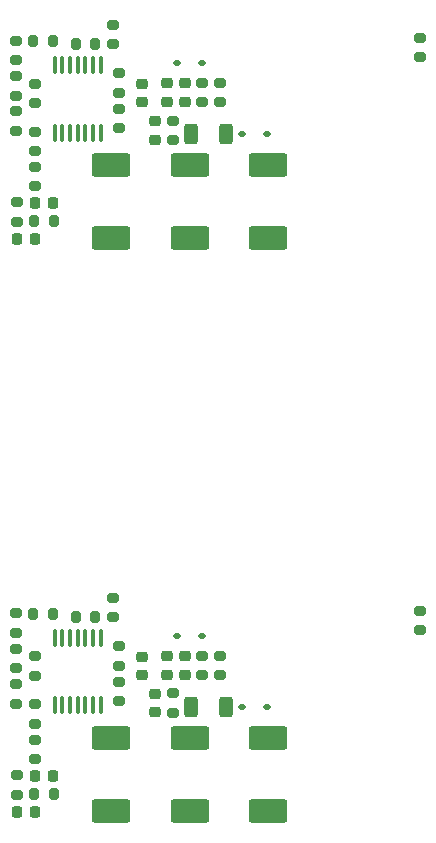
<source format=gbr>
%TF.GenerationSoftware,KiCad,Pcbnew,8.0.4*%
%TF.CreationDate,2024-08-14T23:56:45-07:00*%
%TF.ProjectId,SleepyWoof_panelized,536c6565-7079-4576-9f6f-665f70616e65,rev?*%
%TF.SameCoordinates,Original*%
%TF.FileFunction,Paste,Top*%
%TF.FilePolarity,Positive*%
%FSLAX46Y46*%
G04 Gerber Fmt 4.6, Leading zero omitted, Abs format (unit mm)*
G04 Created by KiCad (PCBNEW 8.0.4) date 2024-08-14 23:56:45*
%MOMM*%
%LPD*%
G01*
G04 APERTURE LIST*
G04 Aperture macros list*
%AMRoundRect*
0 Rectangle with rounded corners*
0 $1 Rounding radius*
0 $2 $3 $4 $5 $6 $7 $8 $9 X,Y pos of 4 corners*
0 Add a 4 corners polygon primitive as box body*
4,1,4,$2,$3,$4,$5,$6,$7,$8,$9,$2,$3,0*
0 Add four circle primitives for the rounded corners*
1,1,$1+$1,$2,$3*
1,1,$1+$1,$4,$5*
1,1,$1+$1,$6,$7*
1,1,$1+$1,$8,$9*
0 Add four rect primitives between the rounded corners*
20,1,$1+$1,$2,$3,$4,$5,0*
20,1,$1+$1,$4,$5,$6,$7,0*
20,1,$1+$1,$6,$7,$8,$9,0*
20,1,$1+$1,$8,$9,$2,$3,0*%
G04 Aperture macros list end*
%ADD10RoundRect,0.225000X0.250000X-0.225000X0.250000X0.225000X-0.250000X0.225000X-0.250000X-0.225000X0*%
%ADD11RoundRect,0.200000X-0.275000X0.200000X-0.275000X-0.200000X0.275000X-0.200000X0.275000X0.200000X0*%
%ADD12RoundRect,0.200000X0.200000X0.275000X-0.200000X0.275000X-0.200000X-0.275000X0.200000X-0.275000X0*%
%ADD13RoundRect,0.250000X-1.400000X0.750000X-1.400000X-0.750000X1.400000X-0.750000X1.400000X0.750000X0*%
%ADD14RoundRect,0.225000X0.225000X0.250000X-0.225000X0.250000X-0.225000X-0.250000X0.225000X-0.250000X0*%
%ADD15RoundRect,0.200000X0.275000X-0.200000X0.275000X0.200000X-0.275000X0.200000X-0.275000X-0.200000X0*%
%ADD16RoundRect,0.225000X-0.250000X0.225000X-0.250000X-0.225000X0.250000X-0.225000X0.250000X0.225000X0*%
%ADD17RoundRect,0.218750X-0.218750X-0.256250X0.218750X-0.256250X0.218750X0.256250X-0.218750X0.256250X0*%
%ADD18RoundRect,0.100000X0.100000X-0.637500X0.100000X0.637500X-0.100000X0.637500X-0.100000X-0.637500X0*%
%ADD19RoundRect,0.112500X-0.187500X-0.112500X0.187500X-0.112500X0.187500X0.112500X-0.187500X0.112500X0*%
%ADD20RoundRect,0.250000X0.312500X0.625000X-0.312500X0.625000X-0.312500X-0.625000X0.312500X-0.625000X0*%
G04 APERTURE END LIST*
D10*
%TO.C,C5*%
X178605000Y-56910000D03*
X178605000Y-55360000D03*
%TD*%
D11*
%TO.C,R18*%
X201050000Y-48305000D03*
X201050000Y-49955000D03*
%TD*%
D12*
%TO.C,R7*%
X170005000Y-63800000D03*
X168355000Y-63800000D03*
%TD*%
D11*
%TO.C,R3*%
X166817500Y-48535000D03*
X166817500Y-50185000D03*
%TD*%
D13*
%TO.C,C1*%
X174890000Y-59072500D03*
X174890000Y-65272500D03*
%TD*%
D12*
%TO.C,R15*%
X173530000Y-48860000D03*
X171880000Y-48860000D03*
%TD*%
D14*
%TO.C,C4*%
X169942500Y-62300000D03*
X168392500Y-62300000D03*
%TD*%
D11*
%TO.C,R4*%
X166817500Y-51535000D03*
X166817500Y-53185000D03*
%TD*%
%TO.C,R8*%
X166900000Y-62220000D03*
X166900000Y-63870000D03*
%TD*%
D15*
%TO.C,R12*%
X175530000Y-52960000D03*
X175530000Y-51310000D03*
%TD*%
D16*
%TO.C,C6*%
X181105000Y-52160000D03*
X181105000Y-53710000D03*
%TD*%
D15*
%TO.C,R11*%
X180080000Y-56960000D03*
X180080000Y-55310000D03*
%TD*%
D17*
%TO.C,D2*%
X166882500Y-65360000D03*
X168457500Y-65360000D03*
%TD*%
D16*
%TO.C,C7*%
X179605000Y-52160000D03*
X179605000Y-53710000D03*
%TD*%
D18*
%TO.C,U1*%
X170080000Y-56322500D03*
X170730000Y-56322500D03*
X171380000Y-56322500D03*
X172030000Y-56322500D03*
X172680000Y-56322500D03*
X173330000Y-56322500D03*
X173980000Y-56322500D03*
X173980000Y-50597500D03*
X173330000Y-50597500D03*
X172680000Y-50597500D03*
X172030000Y-50597500D03*
X171380000Y-50597500D03*
X170730000Y-50597500D03*
X170080000Y-50597500D03*
%TD*%
D13*
%TO.C,C3*%
X188160000Y-59072500D03*
X188160000Y-65272500D03*
%TD*%
D15*
%TO.C,R13*%
X175005000Y-48860000D03*
X175005000Y-47210000D03*
%TD*%
D12*
%TO.C,R2*%
X169930000Y-48560000D03*
X168280000Y-48560000D03*
%TD*%
D19*
%TO.C,D3*%
X180455000Y-50460000D03*
X182555000Y-50460000D03*
%TD*%
D11*
%TO.C,R6*%
X168405000Y-56235000D03*
X168405000Y-57885000D03*
%TD*%
%TO.C,R5*%
X166817500Y-54535000D03*
X166817500Y-56185000D03*
%TD*%
D15*
%TO.C,R9*%
X168417500Y-60885000D03*
X168417500Y-59235000D03*
%TD*%
D10*
%TO.C,C8*%
X177505000Y-53735000D03*
X177505000Y-52185000D03*
%TD*%
D13*
%TO.C,C2*%
X181525000Y-59072500D03*
X181525000Y-65272500D03*
%TD*%
D11*
%TO.C,R16*%
X184105000Y-52110000D03*
X184105000Y-53760000D03*
%TD*%
D19*
%TO.C,D1*%
X185967500Y-56435000D03*
X188067500Y-56435000D03*
%TD*%
D11*
%TO.C,R17*%
X168400000Y-52175000D03*
X168400000Y-53825000D03*
%TD*%
D20*
%TO.C,R1*%
X184580000Y-56435000D03*
X181655000Y-56435000D03*
%TD*%
D11*
%TO.C,R14*%
X182605000Y-52110000D03*
X182605000Y-53760000D03*
%TD*%
%TO.C,R10*%
X175530000Y-54310000D03*
X175530000Y-55960000D03*
%TD*%
%TO.C,R10*%
X175530000Y-102810000D03*
X175530000Y-104460000D03*
%TD*%
%TO.C,R14*%
X182605000Y-100610000D03*
X182605000Y-102260000D03*
%TD*%
D20*
%TO.C,R1*%
X184580000Y-104935000D03*
X181655000Y-104935000D03*
%TD*%
D11*
%TO.C,R17*%
X168400000Y-100675000D03*
X168400000Y-102325000D03*
%TD*%
D19*
%TO.C,D1*%
X185967500Y-104935000D03*
X188067500Y-104935000D03*
%TD*%
D11*
%TO.C,R16*%
X184105000Y-100610000D03*
X184105000Y-102260000D03*
%TD*%
D13*
%TO.C,C2*%
X181525000Y-107572500D03*
X181525000Y-113772500D03*
%TD*%
D10*
%TO.C,C8*%
X177505000Y-102235000D03*
X177505000Y-100685000D03*
%TD*%
D15*
%TO.C,R9*%
X168417500Y-109385000D03*
X168417500Y-107735000D03*
%TD*%
D11*
%TO.C,R5*%
X166817500Y-103035000D03*
X166817500Y-104685000D03*
%TD*%
%TO.C,R6*%
X168405000Y-104735000D03*
X168405000Y-106385000D03*
%TD*%
D19*
%TO.C,D3*%
X180455000Y-98960000D03*
X182555000Y-98960000D03*
%TD*%
D12*
%TO.C,R2*%
X169930000Y-97060000D03*
X168280000Y-97060000D03*
%TD*%
D15*
%TO.C,R13*%
X175005000Y-97360000D03*
X175005000Y-95710000D03*
%TD*%
D13*
%TO.C,C3*%
X188160000Y-107572500D03*
X188160000Y-113772500D03*
%TD*%
D18*
%TO.C,U1*%
X170080000Y-104822500D03*
X170730000Y-104822500D03*
X171380000Y-104822500D03*
X172030000Y-104822500D03*
X172680000Y-104822500D03*
X173330000Y-104822500D03*
X173980000Y-104822500D03*
X173980000Y-99097500D03*
X173330000Y-99097500D03*
X172680000Y-99097500D03*
X172030000Y-99097500D03*
X171380000Y-99097500D03*
X170730000Y-99097500D03*
X170080000Y-99097500D03*
%TD*%
D16*
%TO.C,C7*%
X179605000Y-100660000D03*
X179605000Y-102210000D03*
%TD*%
D17*
%TO.C,D2*%
X166882500Y-113860000D03*
X168457500Y-113860000D03*
%TD*%
D15*
%TO.C,R11*%
X180080000Y-105460000D03*
X180080000Y-103810000D03*
%TD*%
D16*
%TO.C,C6*%
X181105000Y-100660000D03*
X181105000Y-102210000D03*
%TD*%
D15*
%TO.C,R12*%
X175530000Y-101460000D03*
X175530000Y-99810000D03*
%TD*%
D11*
%TO.C,R8*%
X166900000Y-110720000D03*
X166900000Y-112370000D03*
%TD*%
%TO.C,R4*%
X166817500Y-100035000D03*
X166817500Y-101685000D03*
%TD*%
D14*
%TO.C,C4*%
X169942500Y-110800000D03*
X168392500Y-110800000D03*
%TD*%
D12*
%TO.C,R15*%
X173530000Y-97360000D03*
X171880000Y-97360000D03*
%TD*%
D13*
%TO.C,C1*%
X174890000Y-107572500D03*
X174890000Y-113772500D03*
%TD*%
D11*
%TO.C,R3*%
X166817500Y-97035000D03*
X166817500Y-98685000D03*
%TD*%
D12*
%TO.C,R7*%
X170005000Y-112300000D03*
X168355000Y-112300000D03*
%TD*%
D11*
%TO.C,R18*%
X201050000Y-96805000D03*
X201050000Y-98455000D03*
%TD*%
D10*
%TO.C,C5*%
X178605000Y-105410000D03*
X178605000Y-103860000D03*
%TD*%
M02*

</source>
